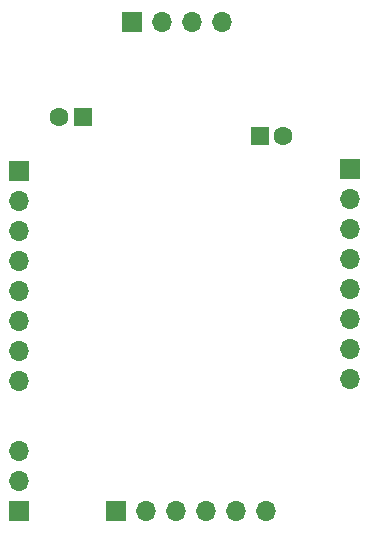
<source format=gbr>
%TF.GenerationSoftware,KiCad,Pcbnew,5.1.9-73d0e3b20d~88~ubuntu20.04.1*%
%TF.CreationDate,2021-02-20T23:14:02+01:00*%
%TF.ProjectId,attiny-214-414-814-proto,61747469-6e79-42d3-9231-342d3431342d,rev?*%
%TF.SameCoordinates,Original*%
%TF.FileFunction,Soldermask,Bot*%
%TF.FilePolarity,Negative*%
%FSLAX46Y46*%
G04 Gerber Fmt 4.6, Leading zero omitted, Abs format (unit mm)*
G04 Created by KiCad (PCBNEW 5.1.9-73d0e3b20d~88~ubuntu20.04.1) date 2021-02-20 23:14:02*
%MOMM*%
%LPD*%
G01*
G04 APERTURE LIST*
%ADD10O,1.700000X1.700000*%
%ADD11R,1.700000X1.700000*%
%ADD12C,1.600000*%
%ADD13R,1.600000X1.600000*%
G04 APERTURE END LIST*
D10*
%TO.C,J5*%
X119000000Y-93780000D03*
X119000000Y-91240000D03*
X119000000Y-88700000D03*
X119000000Y-86160000D03*
X119000000Y-83620000D03*
X119000000Y-81080000D03*
X119000000Y-78540000D03*
D11*
X119000000Y-76000000D03*
%TD*%
D10*
%TO.C,J4*%
X111900000Y-105000000D03*
X109360000Y-105000000D03*
X106820000Y-105000000D03*
X104280000Y-105000000D03*
X101740000Y-105000000D03*
D11*
X99200000Y-105000000D03*
%TD*%
D10*
%TO.C,J3*%
X91000000Y-93980000D03*
X91000000Y-91440000D03*
X91000000Y-88900000D03*
X91000000Y-86360000D03*
X91000000Y-83820000D03*
X91000000Y-81280000D03*
X91000000Y-78740000D03*
D11*
X91000000Y-76200000D03*
%TD*%
D10*
%TO.C,J2*%
X91000000Y-99920000D03*
X91000000Y-102460000D03*
D11*
X91000000Y-105000000D03*
%TD*%
D10*
%TO.C,J1*%
X108220000Y-63600000D03*
X105680000Y-63600000D03*
X103140000Y-63600000D03*
D11*
X100600000Y-63600000D03*
%TD*%
D12*
%TO.C,C3*%
X113400000Y-73200000D03*
D13*
X111400000Y-73200000D03*
%TD*%
D12*
%TO.C,C2*%
X94400000Y-71600000D03*
D13*
X96400000Y-71600000D03*
%TD*%
M02*

</source>
